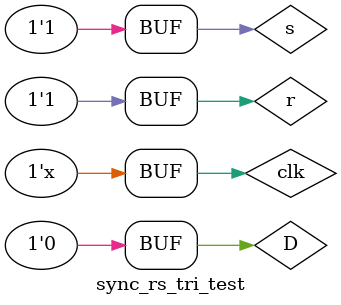
<source format=v>
`timescale 1ns / 1ps


module sync_rs_tri_test();
	reg clk=0;
	reg r;
	reg s;
	reg D;
	wire Q;
	wire Q_n;

	sync_rs_tri U1(
		.clk(clk),
		.r(r),
		.s(s),
		.D(D),
		.Q(Q),
		.Q_n(Q_n));


	always begin 
		#10;
		clk = ~clk;
	end


	always begin 
		s = 0;
		r = 1;
		#50;
		s = 1;
		r = 0;
		#50;
		s = 1;
		r = 1;
		#50;
	end

	always begin 
		D = 1;
		#20;
		D = 0;
		#20;
	end
endmodule

</source>
